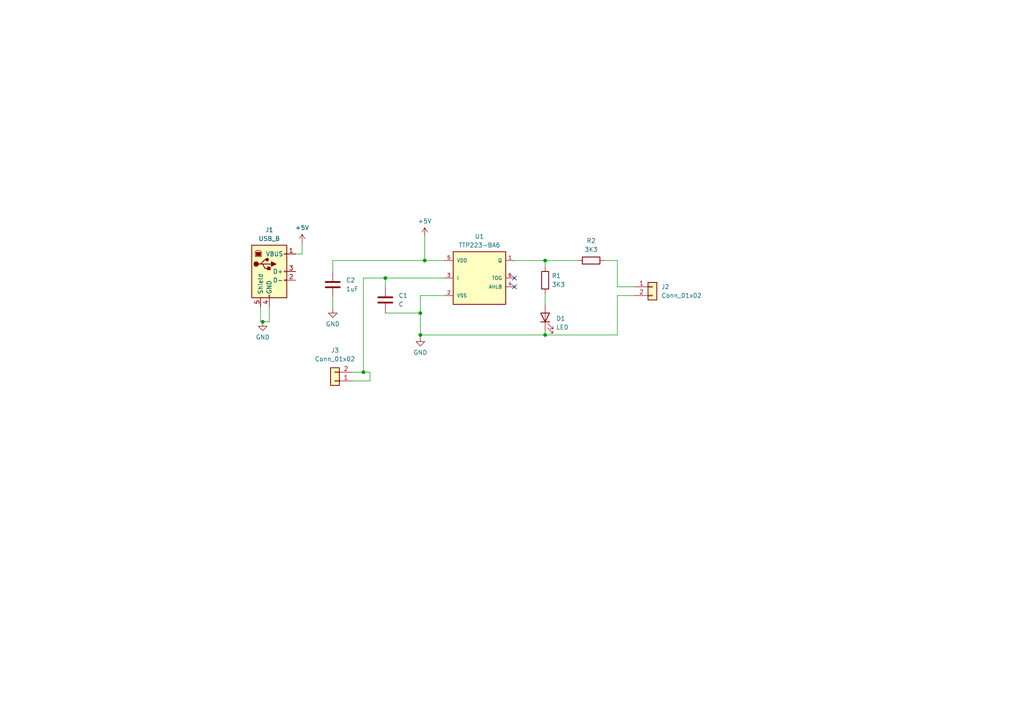
<source format=kicad_sch>
(kicad_sch (version 20230121) (generator eeschema)
  (paper "A4")
  (lib_symbols
    (symbol "C_1" (pin_numbers hide) (pin_names (offset 0.254))
      (property "Reference" "C2" (at 3.81 1.27 0))
      (property "Value" "1uF" (at 3.81 -1.27 0))
      (symbol "C_1_0_1"
        (polyline (pts (xy -2.032 -0.762) (xy 2.032 -0.762)) (stroke (width 0.508)))
        (polyline (pts (xy -2.032 0.762) (xy 2.032 0.762)) (stroke (width 0.508)))
      )
      (symbol "C_1_1_1"
        (pin passive line (at 0 3.81 270) (length 2.794) (name "~") (number "1"))
        (pin passive line (at 0 -3.81 90) (length 2.794) (name "~") (number "2"))
      )
    )
    (symbol "Connector:USB_B" (pin_names (offset 1.016))
      (property "Reference" "J1" (at 0 12.065 0))
      (property "Value" "USB_B" (at 0 9.525 0))
      (property "Supplier Part Number 1" "5405-241106-ND" (at 0 0 0))
      (symbol "USB_B_0_1"
        (rectangle (start -5.08 -7.62) (end 5.08 7.62) (stroke (width 0.254)) (fill (type background)))
        (circle (center -3.81 2.159) (radius 0.635) (stroke (width 0.254)) (fill (type outline)))
        (rectangle (start -3.81 5.588) (end -2.54 4.572) (fill (type outline)))
        (circle (center -0.635 3.429) (radius 0.381) (stroke (width 0.254)) (fill (type outline)))
        (rectangle (start -0.127 -7.62) (end 0.127 -6.858))
        (polyline (pts (xy -1.905 2.159) (xy 0.635 2.159)) (stroke (width 0.254)))
        (polyline (pts (xy -3.175 2.159) (xy -2.54 2.159) (xy -1.27 3.429) (xy -0.635 3.429)) (stroke (width 0.254)))
        (polyline (pts (xy -2.54 2.159) (xy -1.905 2.159) (xy -1.27 0.889) (xy 0 0.889)) (stroke (width 0.254)))
        (polyline (pts (xy 0.635 2.794) (xy 0.635 1.524) (xy 1.905 2.159) (xy 0.635 2.794)) (stroke (width 0.254)) (fill (type outline)))
        (polyline (pts (xy -4.064 4.318) (xy -2.286 4.318) (xy -2.286 5.715) (xy -2.667 6.096) (xy -3.683 6.096) (xy -4.064 5.715) (xy -4.064 4.318)))
        (rectangle (start 0.254 1.27) (end -0.508 0.508) (stroke (width 0.254)) (fill (type outline)))
        (rectangle (start 5.08 -2.667) (end 4.318 -2.413))
        (rectangle (start 5.08 -0.127) (end 4.318 0.127))
        (rectangle (start 5.08 4.953) (end 4.318 5.207))
      )
      (symbol "USB_B_1_1"
        (pin power_out line (at 7.62 5.08 180) (length 2.54) (name "VBUS") (number "1"))
        (pin bidirectional line (at 7.62 -2.54 180) (length 2.54) (name "D-") (number "2"))
        (pin bidirectional line (at 7.62 0 180) (length 2.54) (name "D+") (number "3"))
        (pin power_out line (at 0 -10.16 90) (length 2.54) (name "GND") (number "4"))
        (pin passive line (at -2.54 -10.16 90) (length 2.54) (name "Shield") (number "5"))
      )
    )
    (symbol "Connector_Generic:Conn_01x02" (pin_names (offset 1.016) hide)
      (property "Reference" "J" (at 0 2.54 0))
      (property "Value" "Conn_01x02" (at 0 -5.08 0))
      (symbol "Conn_01x02_1_1"
        (rectangle (start -1.27 -2.413) (end 0 -2.667) (stroke (width 0.1524)))
        (rectangle (start -1.27 0.127) (end 0 -0.127) (stroke (width 0.1524)))
        (rectangle (start -1.27 1.27) (end 1.27 -3.81) (stroke (width 0.254)) (fill (type background)))
        (pin passive line (at -5.08 0 0) (length 3.81) (name "Pin_1") (number "1"))
        (pin passive line (at -5.08 -2.54 0) (length 3.81) (name "Pin_2") (number "2"))
      )
    )
    (symbol "Device:C" (pin_numbers hide) (pin_names (offset 0.254))
      (property "Reference" "C" (at 0.635 2.54 0))
      (property "Value" "C" (at 0.635 -2.54 0))
      (symbol "C_0_1"
        (polyline (pts (xy -2.032 -0.762) (xy 2.032 -0.762)) (stroke (width 0.508)))
        (polyline (pts (xy -2.032 0.762) (xy 2.032 0.762)) (stroke (width 0.508)))
      )
      (symbol "C_1_1"
        (pin passive line (at 0 3.81 270) (length 2.794) (name "~") (number "1"))
        (pin passive line (at 0 -3.81 90) (length 2.794) (name "~") (number "2"))
      )
    )
    (symbol "Device:LED" (pin_numbers hide) (pin_names (offset 1.016) hide)
      (property "Reference" "D" (at 0 2.54 0))
      (property "Value" "LED" (at 0 -2.54 0))
      (symbol "LED_0_1"
        (polyline (pts (xy -1.27 -1.27) (xy -1.27 1.27)) (stroke (width 0.254)))
        (polyline (pts (xy -1.27 0) (xy 1.27 0)))
        (polyline (pts (xy 1.27 -1.27) (xy 1.27 1.27) (xy -1.27 0) (xy 1.27 -1.27)) (stroke (width 0.254)))
        (polyline (pts (xy -3.048 -0.762) (xy -4.572 -2.286) (xy -3.81 -2.286) (xy -4.572 -2.286) (xy -4.572 -1.524)))
        (polyline (pts (xy -1.778 -0.762) (xy -3.302 -2.286) (xy -2.54 -2.286) (xy -3.302 -2.286) (xy -3.302 -1.524)))
      )
      (symbol "LED_1_1"
        (pin passive line (at -3.81 0 0) (length 2.54) (name "K") (number "1"))
        (pin passive line (at 3.81 0 180) (length 2.54) (name "A") (number "2"))
      )
    )
    (symbol "Device:R" (pin_numbers hide) (pin_names (offset 0))
      (property "Reference" "R" (at 2.032 0 90))
      (property "Value" "R" (at 0 0 90))
      (symbol "R_0_1"
        (rectangle (start -1.016 -2.54) (end 1.016 2.54) (stroke (width 0.254)))
      )
      (symbol "R_1_1"
        (pin passive line (at 0 3.81 270) (length 1.27) (name "~") (number "1"))
        (pin passive line (at 0 -3.81 90) (length 1.27) (name "~") (number "2"))
      )
    )
    (symbol "R_1" (pin_numbers hide) (pin_names (offset 0))
      (property "Reference" "R1" (at 1.905 1.27 0))
      (property "Value" "3K3" (at 1.905 -1.27 0))
      (property "Supplier Part Number 1" "408-1639-2-ND" (at 0 0 0))
      (symbol "R_1_0_1"
        (rectangle (start -1.016 -2.54) (end 1.016 2.54) (stroke (width 0.254)))
      )
      (symbol "R_1_1_1"
        (pin passive line (at 0 3.81 270) (length 1.27) (name "~") (number "1"))
        (pin passive line (at 0 -3.81 90) (length 1.27) (name "~") (number "2"))
      )
    )
    (symbol "TTP223-BA6:TTP223-BA6" (pin_names (offset 1.016))
      (property "Reference" "U" (at -7.62 8.128 0))
      (property "Value" "TTP223-BA6" (at -7.62 -9.906 0))
      (symbol "TTP223-BA6_0_0"
        (rectangle (start -7.62 -7.62) (end 7.62 7.62) (stroke (width 0.254)) (fill (type background)))
        (pin output line (at 10.16 5.08 180) (length 2.54) (name "Q") (number "1"))
        (pin power_in line (at -10.16 -5.08 0) (length 2.54) (name "VSS") (number "2"))
        (pin bidirectional line (at -10.16 0 0) (length 2.54) (name "I") (number "3"))
        (pin input line (at 10.16 -2.54 180) (length 2.54) (name "AHLB") (number "4"))
        (pin power_in line (at -10.16 5.08 0) (length 2.54) (name "VDD") (number "5"))
        (pin input line (at 10.16 0 180) (length 2.54) (name "TOG") (number "6"))
      )
    )
    (symbol "power:+5V" (power) (pin_names (offset 0))
      (property "Value" "+5V" (at 0 3.556 0))
      (symbol "+5V_0_1"
        (polyline (pts (xy -0.762 1.27) (xy 0 2.54)))
        (polyline (pts (xy 0 0) (xy 0 2.54)))
        (polyline (pts (xy 0 2.54) (xy 0.762 1.27)))
      )
      (symbol "+5V_1_1"
        (pin power_in line (at 0 0 90) (length 0) hide (name "+5V") (number "1"))
      )
    )
    (symbol "power:GND" (power) (pin_names (offset 0))
      (property "Value" "GND" (at 0 -3.81 0))
      (symbol "GND_0_1"
        (polyline (pts (xy 0 0) (xy 0 -1.27) (xy 1.27 -1.27) (xy 0 -2.54) (xy -1.27 -1.27) (xy 0 -1.27)))
      )
      (symbol "GND_1_1"
        (pin power_in line (at 0 0 270) (length 0) hide (name "GND") (number "1"))
      )
    )
  )
  (junction (at 158.115 97.155))
  (junction (at 121.92 90.805))
  (junction (at 111.76 80.645))
  (junction (at 105.41 107.95))
  (junction (at 158.115 75.565))
  (junction (at 76.2 93.345))
  (junction (at 121.92 97.155))
  (junction (at 123.19 75.565))
  (no_connect (at 149.225 83.185))
  (no_connect (at 149.225 80.645))
  (wire (pts (xy 76.2 93.345) (xy 78.105 93.345)))
  (wire (pts (xy 96.52 75.565) (xy 123.19 75.565)))
  (wire (pts (xy 179.07 85.725) (xy 179.07 97.155)))
  (wire (pts (xy 75.565 93.345) (xy 76.2 93.345)))
  (wire (pts (xy 158.115 75.565) (xy 149.225 75.565)))
  (wire (pts (xy 158.115 85.09) (xy 158.115 88.265)))
  (wire (pts (xy 102.235 110.49) (xy 107.315 110.49)))
  (wire (pts (xy 175.26 75.565) (xy 179.07 75.565)))
  (wire (pts (xy 75.565 88.9) (xy 75.565 93.345)))
  (wire (pts (xy 123.19 68.58) (xy 123.19 75.565)))
  (wire (pts (xy 179.07 75.565) (xy 179.07 83.185)))
  (wire (pts (xy 158.115 77.47) (xy 158.115 75.565)))
  (wire (pts (xy 123.19 75.565) (xy 128.905 75.565)))
  (wire (pts (xy 158.115 97.155) (xy 121.92 97.155)))
  (wire (pts (xy 96.52 86.36) (xy 96.52 89.535)))
  (wire (pts (xy 111.76 80.645) (xy 111.76 83.185)))
  (wire (pts (xy 107.315 107.95) (xy 105.41 107.95)))
  (wire (pts (xy 158.115 95.885) (xy 158.115 97.155)))
  (wire (pts (xy 107.315 110.49) (xy 107.315 107.95)))
  (wire (pts (xy 87.63 70.485) (xy 87.63 73.66)))
  (wire (pts (xy 78.105 93.345) (xy 78.105 88.9)))
  (wire (pts (xy 158.115 75.565) (xy 167.64 75.565)))
  (wire (pts (xy 128.905 85.725) (xy 121.92 85.725)))
  (wire (pts (xy 111.76 80.645) (xy 105.41 80.645)))
  (wire (pts (xy 105.41 107.95) (xy 102.235 107.95)))
  (wire (pts (xy 121.92 90.805) (xy 121.92 97.155)))
  (wire (pts (xy 121.92 97.155) (xy 121.92 97.79)))
  (wire (pts (xy 121.92 85.725) (xy 121.92 90.805)))
  (wire (pts (xy 128.905 80.645) (xy 111.76 80.645)))
  (wire (pts (xy 111.76 90.805) (xy 121.92 90.805)))
  (wire (pts (xy 85.725 73.66) (xy 87.63 73.66)))
  (wire (pts (xy 179.07 97.155) (xy 158.115 97.155)))
  (wire (pts (xy 184.15 85.725) (xy 179.07 85.725)))
  (wire (pts (xy 96.52 78.74) (xy 96.52 75.565)))
  (wire (pts (xy 179.07 83.185) (xy 184.15 83.185)))
  (wire (pts (xy 105.41 80.645) (xy 105.41 107.95)))
  (symbol (lib_id "Device:R") (at 171.45 75.565 90) (unit 1)
    (property "Reference" "R2" (at 171.45 69.85 90))
    (property "Value" "3K3" (at 171.45 72.39 90))
    (property "Footprint" "Resistor_SMD:R_0805_2012Metric" (effects hide))
    (property "Supplier Part Number 1" "408-1639-2-ND" (effects hide))
    (property "Supplier" "Digikey" (effects hide))
  )
  (symbol (lib_id "power:GND") (at 121.92 97.79 0) (unit 1)
    (property "Reference" "#PWR02" (effects hide))
    (property "Value" "GND" (at 121.92 102.235 0))
  )
  (symbol (lib_id "power:GND") (at 76.2 93.345 0) (unit 1)
    (property "Reference" "#PWR03" (effects hide))
    (property "Value" "GND" (at 76.2 97.79 0))
  )
  (symbol (lib_name "C_1") (lib_id "Device:C") (at 96.52 82.55 0) (unit 1)
    (property "Reference" "C2" (at 100.33 81.28 0) (effects (justify left)))
    (property "Value" "1uF" (at 100.33 83.82 0) (effects (justify left)))
    (property "Footprint" "Capacitor_SMD:C_1206_3216Metric" (effects hide))
    (property "Supplier Part Number 1" "CL31B105KBHNNNE" (effects hide))
    (property "Supplier" "Digikey" (effects hide))
  )
  (symbol (lib_id "power:GND") (at 96.52 89.535 0) (unit 1)
    (property "Reference" "#PWR05" (effects hide))
    (property "Value" "GND" (at 96.52 93.98 0))
  )
  (symbol (lib_id "TTP223-BA6:TTP223-BA6") (at 139.065 80.645 0) (unit 1)
    (property "Reference" "U1" (at 139.065 68.58 0))
    (property "Value" "TTP223-BA6" (at 139.065 71.12 0))
    (property "Footprint" "TTP223-BA6:SOT23-6" (effects hide))
    (property "MF" "tontek" (effects hide))
    (property "Description" "\n                        \n                            \n                        \n" (effects hide))
    (property "LIB" "CID" (effects hide))
    (property "Package" "None" (effects hide))
    (property "MP" "TTP223-BA6" (effects hide))
    (property "Supplier Part Number 1" "C42422127" (effects hide))
    (property "Supplier" "LCSC" (effects hide))
  )
  (symbol (lib_id "power:+5V") (at 87.63 70.485 0) (unit 1)
    (property "Reference" "#PWR04" (effects hide))
    (property "Value" "+5V" (at 87.63 66.04 0))
  )
  (symbol (lib_id "Device:C") (at 111.76 86.995 0) (unit 1)
    (property "Reference" "C1" (at 115.57 85.725 0) (effects (justify left)))
    (property "Value" "C" (at 115.57 88.265 0) (effects (justify left)))
    (property "Footprint" "Capacitor_SMD:C_0805_2012Metric" (effects hide))
  )
  (symbol (lib_id "Connector:USB_B") (at 78.105 78.74 0) (unit 1)
    (property "Reference" "J1" (at 78.105 66.675 0))
    (property "Value" "USB_B" (at 78.105 69.215 0))
    (property "Footprint" "Connector_USB:USB_B_Lumberg_2411_02_Horizontal" (effects hide))
    (property "Datasheet" " ~" (effects hide))
    (property "Supplier Part Number 1" "5405-241106-ND" (effects hide))
    (property "Supplier" "Digikey" (effects hide))
  )
  (symbol (lib_id "Connector_Generic:Conn_01x02") (at 189.23 83.185 0) (unit 1)
    (property "Reference" "J2" (at 191.77 83.185 0) (effects (justify left)))
    (property "Value" "Conn_01x02" (at 191.77 85.725 0) (effects (justify left)))
    (property "Footprint" "TerminalBlock:TerminalBlock_bornier-2_P5.08mm" (effects hide))
    (property "Supplier Part Number 1" "TB006-508-02BE" (effects hide))
    (property "Supplier" "Digikey" (effects hide))
  )
  (symbol (lib_name "R_1") (lib_id "Device:R") (at 158.115 81.28 0) (unit 1)
    (property "Reference" "R1" (at 160.02 80.01 0) (effects (justify left)))
    (property "Value" "3K3" (at 160.02 82.55 0) (effects (justify left)))
    (property "Footprint" "Resistor_SMD:R_0805_2012Metric" (effects hide))
    (property "Supplier Part Number 1" "408-1639-2-ND" (effects hide))
    (property "Supplier" "Digikey" (effects hide))
  )
  (symbol (lib_id "Connector_Generic:Conn_01x02") (at 97.155 110.49 180) (unit 1)
    (property "Reference" "J3" (at 97.155 101.6 0))
    (property "Value" "Conn_01x02" (at 97.155 104.14 0))
    (property "Footprint" "TerminalBlock:TerminalBlock_bornier-2_P5.08mm" (effects hide))
    (property "Supplier Part Number 1" "TB006-508-02BE" (effects hide))
    (property "Supplier" "Digikey" (effects hide))
  )
  (symbol (lib_id "power:+5V") (at 123.19 68.58 0) (unit 1)
    (property "Reference" "#PWR01" (effects hide))
    (property "Value" "+5V" (at 123.19 64.135 0))
  )
  (symbol (lib_id "Device:LED") (at 158.115 92.075 90) (unit 1)
    (property "Reference" "D1" (at 161.29 92.3925 90) (effects (justify right)))
    (property "Value" "LED" (at 161.29 94.9325 90) (effects (justify right)))
    (property "Footprint" "LED_SMD:LED_0805_2012Metric" (effects hide))
    (property "Supplier Part Number 1" "LG R971-KN-1-0-20-R18" (effects hide))
    (property "Supplier" "Digikey" (effects hide))
  )
)
</source>
